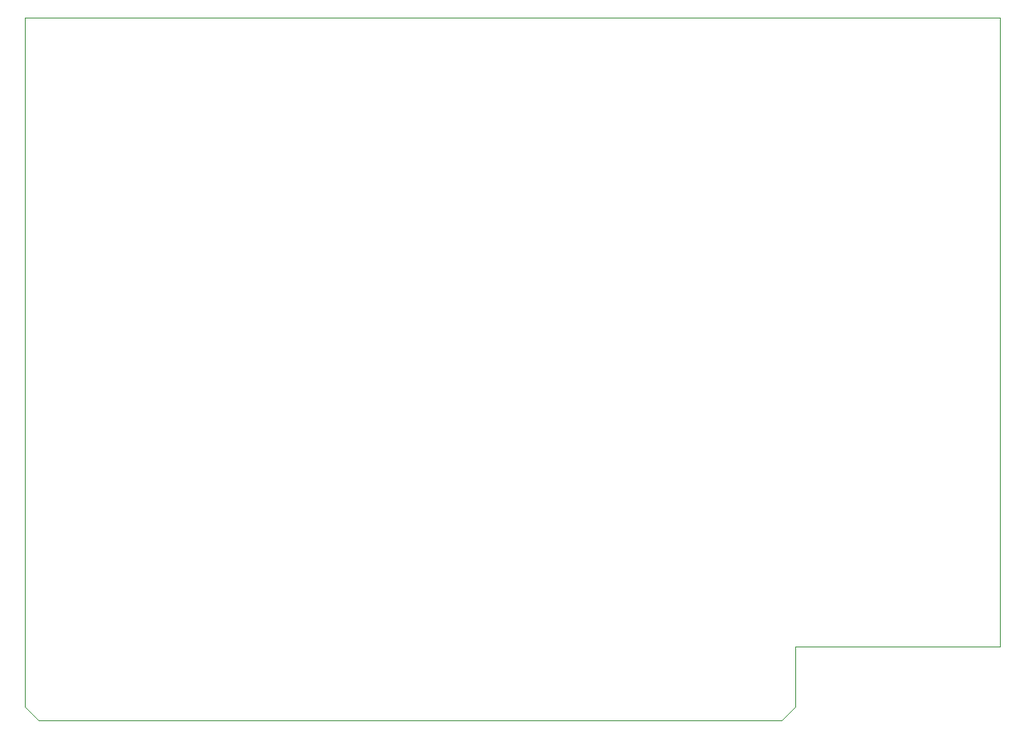
<source format=gbr>
G04 #@! TF.GenerationSoftware,KiCad,Pcbnew,7.0.5-0*
G04 #@! TF.CreationDate,2023-07-02T22:21:17-05:00*
G04 #@! TF.ProjectId,PicoGUS,5069636f-4755-4532-9e6b-696361645f70,rev?*
G04 #@! TF.SameCoordinates,Original*
G04 #@! TF.FileFunction,Profile,NP*
%FSLAX46Y46*%
G04 Gerber Fmt 4.6, Leading zero omitted, Abs format (unit mm)*
G04 Created by KiCad (PCBNEW 7.0.5-0) date 2023-07-02 22:21:17*
%MOMM*%
%LPD*%
G01*
G04 APERTURE LIST*
G04 #@! TA.AperFunction,Profile*
%ADD10C,0.050000*%
G04 #@! TD*
G04 APERTURE END LIST*
D10*
X219392500Y-128270000D02*
X197802500Y-128270000D01*
X197802500Y-134302500D01*
X197802500Y-134620000D01*
X196373750Y-136027500D01*
X117951250Y-136048750D01*
X116522500Y-134620000D01*
X116522500Y-128270000D01*
X116522500Y-61912500D01*
X219392500Y-61912500D01*
X219392500Y-128270000D01*
M02*

</source>
